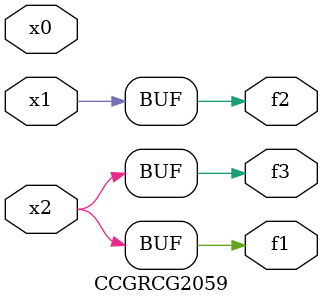
<source format=v>
module CCGRCG2059(
	input x0, x1, x2,
	output f1, f2, f3
);
	assign f1 = x2;
	assign f2 = x1;
	assign f3 = x2;
endmodule

</source>
